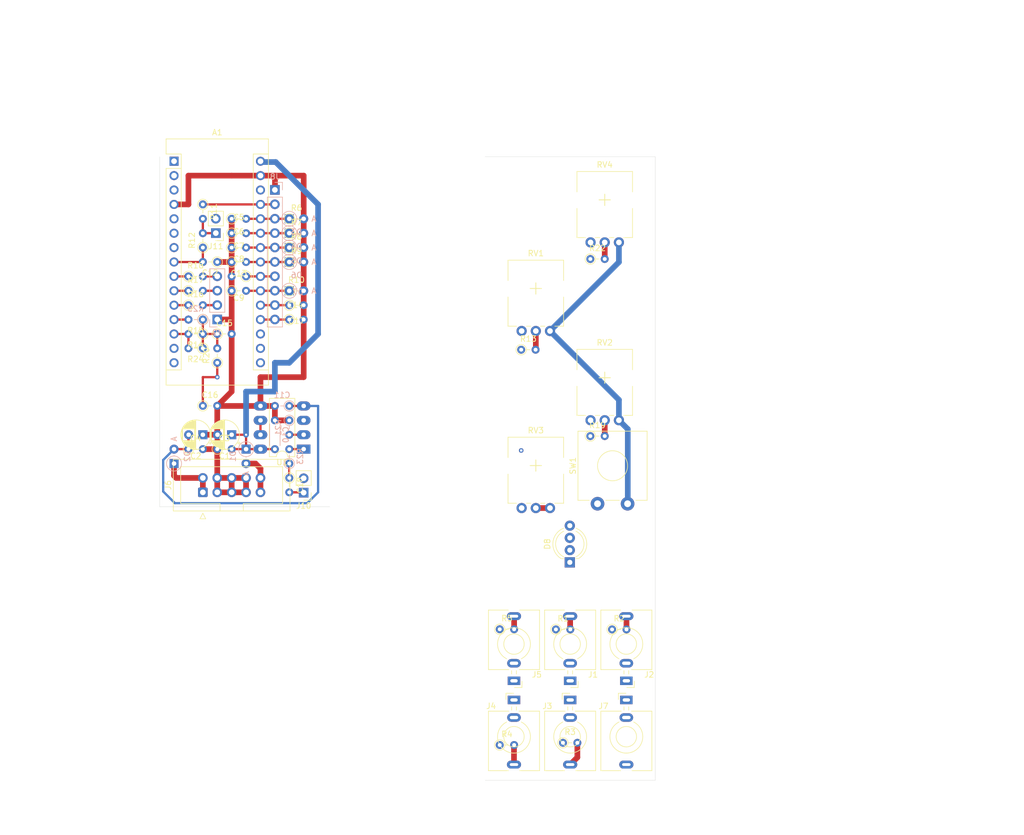
<source format=kicad_pcb>
(kicad_pcb (version 20171130) (host pcbnew "(5.1.9)-1")
  (layers (0 F.Cu signal) (1 Wire2.Cu signal) (2 Wire3.Cu signal) (31 Wire1.Cu signal) (34 B.Paste user) (35 F.Paste user) (36 B.SilkS user) (37 F.SilkS user) (38 B.Mask user) (39 F.Mask user) (44 Edge.Cuts user))
  (net 0 "")
  (net 1 +12V)
  (net 2 GND)
  (net 3 +5V)
  (net 4 "Net-(A1-Pad11)")
  (net 5 "Net-(A1-Pad10)")
  (net 6 "Net-(A1-Pad9)")
  (net 7 MODE_SW)
  (net 8 P2_POT)
  (net 9 P1_POT)
  (net 10 FREQ_POT)
  (net 11 -12V)
  (net 12 "Net-(C15-Pad1)")
  (net 13 "Net-(C16-Pad1)")
  (net 14 OUT_A)
  (net 15 "Net-(C18-Pad1)")
  (net 16 "Net-(D1-Pad2)")
  (net 17 "Net-(D2-Pad1)")
  (net 18 "Net-(R13-Pad2)")
  (net 19 "Net-(R19-Pad2)")
  (net 20 "Net-(R22-Pad2)")
  (net 21 "Net-(R23-Pad2)")
  (net 22 "Net-(U1-Pad6)")
  (net 23 MOZZI_OUT_1)
  (net 24 MOZZI_OUT_2)
  (net 25 VOCT_CV)
  (net 26 GAIN_CV)
  (net 27 P2_CV)
  (net 28 P1_CV)
  (net 29 MODE_CV)
  (net 30 "Net-(R21-Pad2)")
  (net 31 VOCT_IN)
  (net 32 GAIN_IN)
  (net 33 P2_IN)
  (net 34 P1_IN)
  (net 35 MODECV_IN)
  (net 36 "Net-(D8-Pad4)")
  (net 37 "Net-(D8-Pad3)")
  (net 38 "Net-(D8-Pad1)")
  (net 39 "Net-(J11-Pad1)")
  (module Button_Switch_THT:SW_CW_GPTS203211B (layer F.Cu) (at 77.216 61.214 90)
    (fp_text reference SW1 (at 6.7 -4.35 90) (layer F.SilkS))
    (fp_text value SW_Push_SPDT)
    (pad 2 thru_hole circle (at 0 5.3 90) (size 2.4 2.4) (drill 1.2) (layers *.Cu *.Mask) (net 2 GND))
    (pad 1 thru_hole circle (at 0 0 90) (size 2.4 2.4) (drill 1.2) (layers *.Cu *.Mask) (net 39 "Net-(J11-Pad1)"))
  )
  (module Connector_PinHeader_2.54mm:PinHeader_1x02_P2.54mm_Vertical (layer F.Cu) (at 9.906 13.462 180)
    (fp_text reference J11 (at 0 -2.33) (layer F.SilkS))
    (fp_text value BUTTON_PIN)
    (pad 2 thru_hole oval (at 0 2.54 180) (size 1.7 1.7) (drill 1) (layers *.Cu *.Mask))
    (pad 1 thru_hole rect (at 0 0 180) (size 1.7 1.7) (drill 1) (layers *.Cu *.Mask) (net 39 "Net-(J11-Pad1)"))
  )
  (module Connector_PinHeader_2.54mm:PinHeader_1x02_P2.54mm_Vertical (layer F.Cu) (at 25.4 59.2582 180)
    (fp_text reference J10 (at 0 -2.33) (layer F.SilkS))
    (fp_text value OUTPUT_PIN)
    (pad 2 thru_hole oval (at 0 2.54 180) (size 1.7 1.7) (drill 1) (layers *.Cu *.Mask))
    (pad 1 thru_hole rect (at 0 0 180) (size 1.7 1.7) (drill 1) (layers *.Cu *.Mask) (net 14 OUT_A))
  )
  (module LED_THT:LED_D5.0mm-4_RGB_Wide_Pins (layer F.Cu) (at 72.328225 71.558 90)
    (fp_text reference D8 (at 3.2385 -3.96 90) (layer F.SilkS))
    (fp_text value LED)
    (pad 4 thru_hole circle (at 6.477 0 90) (size 1.8 1.8) (drill 0.9) (layers *.Cu *.Mask) (net 36 "Net-(D8-Pad4)"))
    (pad 3 thru_hole circle (at 4.318 0 90) (size 1.8 1.8) (drill 0.9) (layers *.Cu *.Mask) (net 37 "Net-(D8-Pad3)"))
    (pad 2 thru_hole circle (at 2.159 0 90) (size 1.8 1.8) (drill 0.9) (layers *.Cu *.Mask) (net 2 GND))
    (pad 1 thru_hole rect (at 0 0 90) (size 1.8 1.8) (drill 0.9) (layers *.Cu *.Mask) (net 38 "Net-(D8-Pad1)"))
  )
  (module Resistor_THT:R_Axial_DIN0204_L3.6mm_D1.6mm_P2.54mm_Vertical (layer Wire1.Cu) (at 7.62 28.72 180)
    (fp_text reference R25 (at 1.27 1.92) (layer B.SilkS) (effects (justify mirror)))
    (fp_text value 22K)
    (pad 2 thru_hole oval (at 2.54 0 180) (size 1.4 1.4) (drill 0.7) (layers *.Cu *.Mask) (net 24 MOZZI_OUT_2))
    (pad 1 thru_hole circle (at 0 0 180) (size 1.4 1.4) (drill 0.7) (layers *.Cu *.Mask) (net 12 "Net-(C15-Pad1)"))
  )
  (module Resistor_THT:R_Axial_DIN0204_L3.6mm_D1.6mm_P2.54mm_Vertical (layer F.Cu) (at 7.62 33.782 180)
    (fp_text reference R24 (at 1.27 -1.92) (layer F.SilkS))
    (fp_text value 1M)
    (pad 2 thru_hole oval (at 2.54 0 180) (size 1.4 1.4) (drill 0.7) (layers *.Cu *.Mask) (net 23 MOZZI_OUT_1))
    (pad 1 thru_hole circle (at 0 0 180) (size 1.4 1.4) (drill 0.7) (layers *.Cu *.Mask) (net 12 "Net-(C15-Pad1)"))
  )
  (module Connector_PinHeader_2.54mm:PinHeader_1x04_P2.54mm_Vertical (layer Wire1.Cu) (at 10.16 28.702)
    (fp_text reference J9 (at 0 2.33) (layer B.SilkS) (effects (justify mirror)))
    (fp_text value LED_WIRES)
    (pad 4 thru_hole oval (at 0 -7.62) (size 1.7 1.7) (drill 1) (layers *.Cu *.Mask) (net 38 "Net-(D8-Pad1)"))
    (pad 3 thru_hole oval (at 0 -5.08) (size 1.7 1.7) (drill 1) (layers *.Cu *.Mask) (net 37 "Net-(D8-Pad3)"))
    (pad 2 thru_hole oval (at 0 -2.54) (size 1.7 1.7) (drill 1) (layers *.Cu *.Mask) (net 36 "Net-(D8-Pad4)"))
    (pad 1 thru_hole rect (at 0 0) (size 1.7 1.7) (drill 1) (layers *.Cu *.Mask) (net 2 GND))
  )
  (module Connector_PinHeader_2.54mm:PinHeader_1x10_P2.54mm_Vertical (layer Wire1.Cu) (at 20.32 5.842 180)
    (fp_text reference J8 (at 0 2.33) (layer B.SilkS) (effects (justify mirror)))
    (fp_text value WIRES_TO_FRONT)
    (pad 10 thru_hole oval (at 0 -22.86 180) (size 1.7 1.7) (drill 1) (layers *.Cu *.Mask) (net 10 FREQ_POT))
    (pad 9 thru_hole oval (at 0 -20.32 180) (size 1.7 1.7) (drill 1) (layers *.Cu *.Mask) (net 9 P1_POT))
    (pad 8 thru_hole oval (at 0 -17.78 180) (size 1.7 1.7) (drill 1) (layers *.Cu *.Mask) (net 29 MODE_CV))
    (pad 7 thru_hole oval (at 0 -15.24 180) (size 1.7 1.7) (drill 1) (layers *.Cu *.Mask) (net 8 P2_POT))
    (pad 6 thru_hole oval (at 0 -12.7 180) (size 1.7 1.7) (drill 1) (layers *.Cu *.Mask) (net 28 P1_CV))
    (pad 5 thru_hole oval (at 0 -10.16 180) (size 1.7 1.7) (drill 1) (layers *.Cu *.Mask) (net 27 P2_CV))
    (pad 4 thru_hole oval (at 0 -7.62 180) (size 1.7 1.7) (drill 1) (layers *.Cu *.Mask) (net 26 GAIN_CV))
    (pad 3 thru_hole oval (at 0 -5.08 180) (size 1.7 1.7) (drill 1) (layers *.Cu *.Mask) (net 25 VOCT_CV))
    (pad 2 thru_hole oval (at 0 -2.54 180) (size 1.7 1.7) (drill 1) (layers *.Cu *.Mask) (net 3 +5V))
    (pad 1 thru_hole rect (at 0 0 180) (size 1.7 1.7) (drill 1) (layers *.Cu *.Mask) (net 2 GND))
  )
  (module Connector_IDC:IDC-Header_2x05_P2.54mm_Vertical (layer F.Cu) (at 7.62 59.2 90)
    (fp_text reference J6 (at 1.27 -6.1 90) (layer F.SilkS))
    (fp_text value "Eurorack Power")
    (pad 10 thru_hole circle (at 2.54 10.16 90) (size 1.7 1.7) (drill 1) (layers *.Cu *.Mask) (net 16 "Net-(D1-Pad2)"))
    (pad 8 thru_hole circle (at 2.54 7.62 90) (size 1.7 1.7) (drill 1) (layers *.Cu *.Mask) (net 2 GND))
    (pad 6 thru_hole circle (at 2.54 5.08 90) (size 1.7 1.7) (drill 1) (layers *.Cu *.Mask) (net 2 GND))
    (pad 4 thru_hole circle (at 2.54 2.54 90) (size 1.7 1.7) (drill 1) (layers *.Cu *.Mask) (net 2 GND))
    (pad 2 thru_hole circle (at 2.54 0 90) (size 1.7 1.7) (drill 1) (layers *.Cu *.Mask) (net 17 "Net-(D2-Pad1)"))
    (pad 9 thru_hole circle (at 0 10.16 90) (size 1.7 1.7) (drill 1) (layers *.Cu *.Mask) (net 16 "Net-(D1-Pad2)"))
    (pad 7 thru_hole circle (at 0 7.62 90) (size 1.7 1.7) (drill 1) (layers *.Cu *.Mask) (net 2 GND))
    (pad 5 thru_hole circle (at 0 5.08 90) (size 1.7 1.7) (drill 1) (layers *.Cu *.Mask) (net 2 GND))
    (pad 3 thru_hole circle (at 0 2.54 90) (size 1.7 1.7) (drill 1) (layers *.Cu *.Mask) (net 2 GND))
    (pad 1 thru_hole roundrect (at 0 0 90) (size 1.7 1.7) (drill 1) (layers *.Cu *.Mask) (roundrect_rratio 0.147059) (net 17 "Net-(D2-Pad1)"))
  )
  (module Resistor_THT:R_Axial_DIN0204_L3.6mm_D1.6mm_P2.54mm_Vertical (layer Wire1.Cu) (at 22.86 46.5 270)
    (fp_text reference R21 (at 1.27 1.92 90) (layer B.SilkS) (effects (justify mirror)))
    (fp_text value 47K)
    (pad 2 thru_hole oval (at 2.54 0 270) (size 1.4 1.4) (drill 0.7) (layers *.Cu *.Mask) (net 30 "Net-(R21-Pad2)"))
    (pad 1 thru_hole circle (at 0 0 270) (size 1.4 1.4) (drill 0.7) (layers *.Cu *.Mask) (net 2 GND))
  )
  (module Resistor_THT:R_Axial_DIN0204_L3.6mm_D1.6mm_P5.08mm_Horizontal (layer Wire1.Cu) (at 20.32 51.58 90)
    (fp_text reference C10 (at 2.54 1.92 90) (layer B.SilkS) (effects (justify mirror)))
    (fp_text value 100n)
    (pad 2 thru_hole oval (at 5.08 0 90) (size 1.4 1.4) (drill 0.7) (layers *.Cu *.Mask) (net 2 GND))
    (pad 1 thru_hole circle (at 0 0 90) (size 1.4 1.4) (drill 0.7) (layers *.Cu *.Mask) (net 1 +12V))
  )
  (module Resistor_THT:R_Axial_DIN0204_L3.6mm_D1.6mm_P2.54mm_Vertical (layer Wire1.Cu) (at 22.86 54.12 90)
    (fp_text reference R23 (at 1.27 1.92 270) (layer B.SilkS) (effects (justify mirror)))
    (fp_text value 1K)
    (pad 2 thru_hole oval (at 2.54 0 90) (size 1.4 1.4) (drill 0.7) (layers *.Cu *.Mask) (net 21 "Net-(R23-Pad2)"))
    (pad 1 thru_hole circle (at 0 0 90) (size 1.4 1.4) (drill 0.7) (layers *.Cu *.Mask) (net 15 "Net-(C18-Pad1)"))
  )
  (module Resistor_THT:R_Axial_DIN0204_L3.6mm_D1.6mm_P2.54mm_Vertical (layer F.Cu) (at 75.946 18.034)
    (fp_text reference R22 (at 1.27 -1.92) (layer F.SilkS))
    (fp_text value 1K)
    (pad 2 thru_hole oval (at 2.54 0) (size 1.4 1.4) (drill 0.7) (layers *.Cu *.Mask) (net 20 "Net-(R22-Pad2)"))
    (pad 1 thru_hole circle (at 0 0) (size 1.4 1.4) (drill 0.7) (layers *.Cu *.Mask) (net 10 FREQ_POT))
  )
  (module Resistor_THT:R_Axial_DIN0204_L3.6mm_D1.6mm_P2.54mm_Vertical (layer F.Cu) (at 10.16 36.34 90)
    (fp_text reference R20 (at 1.27 -1.92 90) (layer F.SilkS))
    (fp_text value 3.3K)
    (pad 2 thru_hole oval (at 2.54 0 90) (size 1.4 1.4) (drill 0.7) (layers *.Cu *.Mask) (net 12 "Net-(C15-Pad1)"))
    (pad 1 thru_hole circle (at 0 0 90) (size 1.4 1.4) (drill 0.7) (layers *.Cu *.Mask) (net 13 "Net-(C16-Pad1)"))
  )
  (module Resistor_THT:R_Axial_DIN0204_L3.6mm_D1.6mm_P2.54mm_Vertical (layer F.Cu) (at 75.946 49.276)
    (fp_text reference R19 (at 1.27 -1.92) (layer F.SilkS))
    (fp_text value 1K)
    (pad 2 thru_hole oval (at 2.54 0) (size 1.4 1.4) (drill 0.7) (layers *.Cu *.Mask) (net 19 "Net-(R19-Pad2)"))
    (pad 1 thru_hole circle (at 0 0) (size 1.4 1.4) (drill 0.7) (layers *.Cu *.Mask) (net 9 P1_POT))
  )
  (module Resistor_THT:R_Axial_DIN0204_L3.6mm_D1.6mm_P2.54mm_Vertical (layer F.Cu) (at 5.08 21.1)
    (fp_text reference R18 (at 1.27 -1.92) (layer F.SilkS))
    (fp_text value 1K)
    (pad 2 thru_hole oval (at 2.54 0) (size 1.4 1.4) (drill 0.7) (layers *.Cu *.Mask) (net 38 "Net-(D8-Pad1)"))
    (pad 1 thru_hole circle (at 0 0) (size 1.4 1.4) (drill 0.7) (layers *.Cu *.Mask) (net 6 "Net-(A1-Pad9)"))
  )
  (module Resistor_THT:R_Axial_DIN0204_L3.6mm_D1.6mm_P2.54mm_Vertical (layer F.Cu) (at 5.08 23.64)
    (fp_text reference R17 (at 1.27 -1.92) (layer F.SilkS))
    (fp_text value 1K)
    (pad 2 thru_hole oval (at 2.54 0) (size 1.4 1.4) (drill 0.7) (layers *.Cu *.Mask) (net 37 "Net-(D8-Pad3)"))
    (pad 1 thru_hole circle (at 0 0) (size 1.4 1.4) (drill 0.7) (layers *.Cu *.Mask) (net 5 "Net-(A1-Pad10)"))
  )
  (module Resistor_THT:R_Axial_DIN0204_L3.6mm_D1.6mm_P2.54mm_Vertical (layer F.Cu) (at 5.08 26.18)
    (fp_text reference R16 (at 1.27 -1.92) (layer F.SilkS))
    (fp_text value 1K)
    (pad 2 thru_hole oval (at 2.54 0) (size 1.4 1.4) (drill 0.7) (layers *.Cu *.Mask) (net 36 "Net-(D8-Pad4)"))
    (pad 1 thru_hole circle (at 0 0) (size 1.4 1.4) (drill 0.7) (layers *.Cu *.Mask) (net 4 "Net-(A1-Pad11)"))
  )
  (module Resistor_THT:R_Axial_DIN0204_L3.6mm_D1.6mm_P2.54mm_Vertical (layer F.Cu) (at 7.62 28.72 180)
    (fp_text reference R15 (at 1.27 -1.92) (layer F.SilkS))
    (fp_text value 4.7K)
    (pad 2 thru_hole oval (at 2.54 0 180) (size 1.4 1.4) (drill 0.7) (layers *.Cu *.Mask) (net 24 MOZZI_OUT_2))
    (pad 1 thru_hole circle (at 0 0 180) (size 1.4 1.4) (drill 0.7) (layers *.Cu *.Mask) (net 12 "Net-(C15-Pad1)"))
  )
  (module Resistor_THT:R_Axial_DIN0204_L3.6mm_D1.6mm_P2.54mm_Vertical (layer F.Cu) (at 7.62 31.26 180)
    (fp_text reference R14 (at 1.27 -1.92) (layer F.SilkS))
    (fp_text value 1M)
    (pad 2 thru_hole oval (at 2.54 0 180) (size 1.4 1.4) (drill 0.7) (layers *.Cu *.Mask) (net 23 MOZZI_OUT_1))
    (pad 1 thru_hole circle (at 0 0 180) (size 1.4 1.4) (drill 0.7) (layers *.Cu *.Mask) (net 12 "Net-(C15-Pad1)"))
  )
  (module Resistor_THT:R_Axial_DIN0204_L3.6mm_D1.6mm_P2.54mm_Vertical (layer F.Cu) (at 63.754 34.036)
    (fp_text reference R13 (at 1.27 -1.92) (layer F.SilkS))
    (fp_text value 1K)
    (pad 2 thru_hole oval (at 2.54 0) (size 1.4 1.4) (drill 0.7) (layers *.Cu *.Mask) (net 18 "Net-(R13-Pad2)"))
    (pad 1 thru_hole circle (at 0 0) (size 1.4 1.4) (drill 0.7) (layers *.Cu *.Mask) (net 8 P2_POT))
  )
  (module Resistor_THT:R_Axial_DIN0204_L3.6mm_D1.6mm_P2.54mm_Vertical (layer F.Cu) (at 7.62 16.02 90)
    (fp_text reference R12 (at 1.27 -1.92 90) (layer F.SilkS))
    (fp_text value 1K)
    (pad 2 thru_hole oval (at 2.54 0 90) (size 1.4 1.4) (drill 0.7) (layers *.Cu *.Mask) (net 39 "Net-(J11-Pad1)"))
    (pad 1 thru_hole circle (at 0 0 90) (size 1.4 1.4) (drill 0.7) (layers *.Cu *.Mask) (net 7 MODE_SW))
  )
  (module Resistor_THT:R_Axial_DIN0204_L3.6mm_D1.6mm_P2.54mm_Vertical (layer F.Cu) (at 7.62 8.4 270)
    (fp_text reference R11 (at 1.27 -1.92 90) (layer F.SilkS))
    (fp_text value 10K)
    (pad 2 thru_hole oval (at 2.54 0 270) (size 1.4 1.4) (drill 0.7) (layers *.Cu *.Mask) (net 39 "Net-(J11-Pad1)"))
    (pad 1 thru_hole circle (at 0 0 270) (size 1.4 1.4) (drill 0.7) (layers *.Cu *.Mask) (net 3 +5V))
  )
  (module Resistor_THT:R_Axial_DIN0204_L3.6mm_D1.6mm_P2.54mm_Vertical (layer F.Cu) (at 22.86 23.64)
    (fp_text reference R10 (at 1.27 -1.92) (layer F.SilkS))
    (fp_text value 100K)
    (pad 2 thru_hole oval (at 2.54 0) (size 1.4 1.4) (drill 0.7) (layers *.Cu *.Mask) (net 2 GND))
    (pad 1 thru_hole circle (at 0 0) (size 1.4 1.4) (drill 0.7) (layers *.Cu *.Mask) (net 29 MODE_CV))
  )
  (module Resistor_THT:R_Axial_DIN0204_L3.6mm_D1.6mm_P2.54mm_Vertical (layer F.Cu) (at 22.86 18.56)
    (fp_text reference R9 (at 1.27 -1.92) (layer F.SilkS))
    (fp_text value 100K)
    (pad 2 thru_hole oval (at 2.54 0) (size 1.4 1.4) (drill 0.7) (layers *.Cu *.Mask) (net 2 GND))
    (pad 1 thru_hole circle (at 0 0) (size 1.4 1.4) (drill 0.7) (layers *.Cu *.Mask) (net 28 P1_CV))
  )
  (module Resistor_THT:R_Axial_DIN0204_L3.6mm_D1.6mm_P2.54mm_Vertical (layer F.Cu) (at 22.86 16.02)
    (fp_text reference R8 (at 1.27 -1.92) (layer F.SilkS))
    (fp_text value 100K)
    (pad 2 thru_hole oval (at 2.54 0) (size 1.4 1.4) (drill 0.7) (layers *.Cu *.Mask) (net 2 GND))
    (pad 1 thru_hole circle (at 0 0) (size 1.4 1.4) (drill 0.7) (layers *.Cu *.Mask) (net 27 P2_CV))
  )
  (module Resistor_THT:R_Axial_DIN0204_L3.6mm_D1.6mm_P2.54mm_Vertical (layer F.Cu) (at 22.86 13.48)
    (fp_text reference R7 (at 1.27 -1.92) (layer F.SilkS))
    (fp_text value 100K)
    (pad 2 thru_hole oval (at 2.54 0) (size 1.4 1.4) (drill 0.7) (layers *.Cu *.Mask) (net 2 GND))
    (pad 1 thru_hole circle (at 0 0) (size 1.4 1.4) (drill 0.7) (layers *.Cu *.Mask) (net 26 GAIN_CV))
  )
  (module Resistor_THT:R_Axial_DIN0204_L3.6mm_D1.6mm_P2.54mm_Vertical (layer F.Cu) (at 22.86 10.94)
    (fp_text reference R6 (at 1.27 -1.92) (layer F.SilkS))
    (fp_text value 100K)
    (pad 2 thru_hole oval (at 2.54 0) (size 1.4 1.4) (drill 0.7) (layers *.Cu *.Mask) (net 2 GND))
    (pad 1 thru_hole circle (at 0 0) (size 1.4 1.4) (drill 0.7) (layers *.Cu *.Mask) (net 25 VOCT_CV))
  )
  (module Resistor_THT:R_Axial_DIN0204_L3.6mm_D1.6mm_P2.54mm_Vertical (layer F.Cu) (at 59.9694 83.3628)
    (fp_text reference R5 (at 1.27 -1.92) (layer F.SilkS))
    (fp_text value 1K)
    (pad 2 thru_hole oval (at 2.54 0) (size 1.4 1.4) (drill 0.7) (layers *.Cu *.Mask) (net 35 MODECV_IN))
    (pad 1 thru_hole circle (at 0 0) (size 1.4 1.4) (drill 0.7) (layers *.Cu *.Mask) (net 29 MODE_CV))
  )
  (module Resistor_THT:R_Axial_DIN0204_L3.6mm_D1.6mm_P2.54mm_Vertical (layer F.Cu) (at 59.9694 103.7844)
    (fp_text reference R4 (at 1.27 -1.92) (layer F.SilkS))
    (fp_text value 1K)
    (pad 2 thru_hole oval (at 2.54 0) (size 1.4 1.4) (drill 0.7) (layers *.Cu *.Mask) (net 34 P1_IN))
    (pad 1 thru_hole circle (at 0 0) (size 1.4 1.4) (drill 0.7) (layers *.Cu *.Mask) (net 28 P1_CV))
  )
  (module Resistor_THT:R_Axial_DIN0204_L3.6mm_D1.6mm_P2.54mm_Vertical (layer F.Cu) (at 71.12 103.396)
    (fp_text reference R3 (at 1.27 -1.92) (layer F.SilkS))
    (fp_text value 1K)
    (pad 2 thru_hole oval (at 2.54 0) (size 1.4 1.4) (drill 0.7) (layers *.Cu *.Mask) (net 33 P2_IN))
    (pad 1 thru_hole circle (at 0 0) (size 1.4 1.4) (drill 0.7) (layers *.Cu *.Mask) (net 27 P2_CV))
  )
  (module Resistor_THT:R_Axial_DIN0204_L3.6mm_D1.6mm_P2.54mm_Vertical (layer F.Cu) (at 79.7814 83.3882)
    (fp_text reference R2 (at 1.27 -1.92) (layer F.SilkS))
    (fp_text value 1K)
    (pad 2 thru_hole oval (at 2.54 0) (size 1.4 1.4) (drill 0.7) (layers *.Cu *.Mask) (net 32 GAIN_IN))
    (pad 1 thru_hole circle (at 0 0) (size 1.4 1.4) (drill 0.7) (layers *.Cu *.Mask) (net 26 GAIN_CV))
  )
  (module Resistor_THT:R_Axial_DIN0204_L3.6mm_D1.6mm_P2.54mm_Vertical (layer F.Cu) (at 69.8754 83.3882)
    (fp_text reference R1 (at 1.27 -1.92) (layer F.SilkS))
    (fp_text value 1K)
    (pad 2 thru_hole oval (at 2.54 0) (size 1.4 1.4) (drill 0.7) (layers *.Cu *.Mask) (net 31 VOCT_IN))
    (pad 1 thru_hole circle (at 0 0) (size 1.4 1.4) (drill 0.7) (layers *.Cu *.Mask) (net 25 VOCT_CV))
  )
  (module Diode_THT:D_DO-35_SOD27_P2.54mm_Vertical_AnodeUp (layer Wire1.Cu) (at 22.86 23.64)
    (fp_text reference D7 (at 1.524 0.236) (layer B.SilkS) (effects (justify mirror)))
    (fp_text value D_Zener)
    (fp_text user A (at 4.34 0) (layer B.SilkS) (effects (justify mirror)))
    (pad 2 thru_hole oval (at 2.54 0) (size 1.6 1.6) (drill 0.8) (layers *.Cu *.Mask) (net 2 GND))
    (pad 1 thru_hole rect (at 0 0) (size 1.6 1.6) (drill 0.8) (layers *.Cu *.Mask) (net 29 MODE_CV))
  )
  (module Diode_THT:D_DO-35_SOD27_P2.54mm_Vertical_AnodeUp (layer Wire1.Cu) (at 22.86 18.56)
    (fp_text reference D6 (at 1.27 2.326371) (layer B.SilkS) (effects (justify mirror)))
    (fp_text value D_Zener)
    (fp_text user A (at 4.34 0) (layer B.SilkS) (effects (justify mirror)))
    (pad 2 thru_hole oval (at 2.54 0) (size 1.6 1.6) (drill 0.8) (layers *.Cu *.Mask) (net 2 GND))
    (pad 1 thru_hole rect (at 0 0) (size 1.6 1.6) (drill 0.8) (layers *.Cu *.Mask) (net 28 P1_CV))
  )
  (module Diode_THT:D_DO-35_SOD27_P2.54mm_Vertical_AnodeUp (layer Wire1.Cu) (at 22.86 16.02)
    (fp_text reference D5 (at 1.27 2.326371) (layer B.SilkS) (effects (justify mirror)))
    (fp_text value D_Zener)
    (fp_text user A (at 4.34 0) (layer B.SilkS) (effects (justify mirror)))
    (pad 2 thru_hole oval (at 2.54 0) (size 1.6 1.6) (drill 0.8) (layers *.Cu *.Mask) (net 2 GND))
    (pad 1 thru_hole rect (at 0 0) (size 1.6 1.6) (drill 0.8) (layers *.Cu *.Mask) (net 27 P2_CV))
  )
  (module Diode_THT:D_DO-35_SOD27_P2.54mm_Vertical_AnodeUp (layer Wire1.Cu) (at 22.86 13.48)
    (fp_text reference D4 (at 1.27 2.326371) (layer B.SilkS) (effects (justify mirror)))
    (fp_text value D_Zener)
    (fp_text user A (at 4.34 0) (layer B.SilkS) (effects (justify mirror)))
    (pad 2 thru_hole oval (at 2.54 0) (size 1.6 1.6) (drill 0.8) (layers *.Cu *.Mask) (net 2 GND))
    (pad 1 thru_hole rect (at 0 0) (size 1.6 1.6) (drill 0.8) (layers *.Cu *.Mask) (net 26 GAIN_CV))
  )
  (module Diode_THT:D_DO-35_SOD27_P2.54mm_Vertical_AnodeUp (layer Wire1.Cu) (at 22.86 10.94)
    (fp_text reference D3 (at 1.27 2.326371) (layer B.SilkS) (effects (justify mirror)))
    (fp_text value D_Zener)
    (fp_text user A (at 4.34 0) (layer B.SilkS) (effects (justify mirror)))
    (pad 2 thru_hole oval (at 2.54 0) (size 1.6 1.6) (drill 0.8) (layers *.Cu *.Mask) (net 2 GND))
    (pad 1 thru_hole rect (at 0 0) (size 1.6 1.6) (drill 0.8) (layers *.Cu *.Mask) (net 25 VOCT_CV))
  )
  (module Diode_THT:D_DO-35_SOD27_P2.54mm_Vertical_AnodeUp (layer Wire1.Cu) (at 2.54 54.12 90)
    (fp_text reference D2 (at 1.27 2.326371 270) (layer B.SilkS) (effects (justify mirror)))
    (fp_text value 1N5817)
    (fp_text user A (at 4.34 0 270) (layer B.SilkS) (effects (justify mirror)))
    (pad 2 thru_hole oval (at 2.54 0 90) (size 1.6 1.6) (drill 0.8) (layers *.Cu *.Mask) (net 11 -12V))
    (pad 1 thru_hole rect (at 0 0 90) (size 1.6 1.6) (drill 0.8) (layers *.Cu *.Mask) (net 17 "Net-(D2-Pad1)"))
  )
  (module Diode_THT:D_DO-35_SOD27_P2.54mm_Vertical_AnodeUp (layer Wire1.Cu) (at 15.24 51.58 270)
    (fp_text reference D1 (at 1.27 2.326371 270) (layer B.SilkS) (effects (justify mirror)))
    (fp_text value 1N5817)
    (fp_text user A (at 4.34 0 270) (layer B.SilkS) (effects (justify mirror)))
    (pad 2 thru_hole oval (at 2.54 0 270) (size 1.6 1.6) (drill 0.8) (layers *.Cu *.Mask) (net 16 "Net-(D1-Pad2)"))
    (pad 1 thru_hole rect (at 0 0 270) (size 1.6 1.6) (drill 0.8) (layers *.Cu *.Mask) (net 1 +12V))
  )
  (module Resistor_THT:R_Axial_DIN0204_L3.6mm_D1.6mm_P2.54mm_Vertical (layer F.Cu) (at 22.86 56.66 270)
    (fp_text reference C18 (at 1.27 -1.92 90) (layer F.SilkS))
    (fp_text value 10u)
    (pad 2 thru_hole oval (at 2.54 0 270) (size 1.4 1.4) (drill 0.7) (layers *.Cu *.Mask) (net 14 OUT_A))
    (pad 1 thru_hole circle (at 0 0 270) (size 1.4 1.4) (drill 0.7) (layers *.Cu *.Mask) (net 15 "Net-(C18-Pad1)"))
  )
  (module Resistor_THT:R_Axial_DIN0204_L3.6mm_D1.6mm_P2.54mm_Vertical (layer F.Cu) (at 22.86 28.72)
    (fp_text reference C17 (at 1.27 0.236) (layer F.SilkS))
    (fp_text value 100p)
    (pad 2 thru_hole oval (at 2.54 0) (size 1.4 1.4) (drill 0.7) (layers *.Cu *.Mask) (net 2 GND))
    (pad 1 thru_hole circle (at 0 0) (size 1.4 1.4) (drill 0.7) (layers *.Cu *.Mask) (net 10 FREQ_POT))
  )
  (module Resistor_THT:R_Axial_DIN0204_L3.6mm_D1.6mm_P2.54mm_Vertical (layer F.Cu) (at 7.62 43.942)
    (fp_text reference C16 (at 1.27 -1.92) (layer F.SilkS))
    (fp_text value 10n)
    (pad 2 thru_hole oval (at 2.54 0) (size 1.4 1.4) (drill 0.7) (layers *.Cu *.Mask) (net 2 GND))
    (pad 1 thru_hole circle (at 0 0) (size 1.4 1.4) (drill 0.7) (layers *.Cu *.Mask) (net 13 "Net-(C16-Pad1)"))
  )
  (module Resistor_THT:R_Axial_DIN0204_L3.6mm_D1.6mm_P2.54mm_Vertical (layer F.Cu) (at 10.16 31.26)
    (fp_text reference C15 (at 1.27 -1.92) (layer F.SilkS))
    (fp_text value 4.7n)
    (pad 2 thru_hole oval (at 2.54 0) (size 1.4 1.4) (drill 0.7) (layers *.Cu *.Mask) (net 2 GND))
    (pad 1 thru_hole circle (at 0 0) (size 1.4 1.4) (drill 0.7) (layers *.Cu *.Mask) (net 12 "Net-(C15-Pad1)"))
  )
  (module Resistor_THT:R_Axial_DIN0204_L3.6mm_D1.6mm_P2.54mm_Vertical (layer F.Cu) (at 22.86 26.18)
    (fp_text reference C14 (at 1.016 -0.018) (layer F.SilkS))
    (fp_text value 100p)
    (pad 2 thru_hole oval (at 2.54 0) (size 1.4 1.4) (drill 0.7) (layers *.Cu *.Mask) (net 2 GND))
    (pad 1 thru_hole circle (at 0 0) (size 1.4 1.4) (drill 0.7) (layers *.Cu *.Mask) (net 9 P1_POT))
  )
  (module Resistor_THT:R_Axial_DIN0204_L3.6mm_D1.6mm_P2.54mm_Vertical (layer F.Cu) (at 15.24 21.1 180)
    (fp_text reference C13 (at 1.27 0.526) (layer F.SilkS))
    (fp_text value 100p)
    (pad 2 thru_hole oval (at 2.54 0 180) (size 1.4 1.4) (drill 0.7) (layers *.Cu *.Mask) (net 2 GND))
    (pad 1 thru_hole circle (at 0 0 180) (size 1.4 1.4) (drill 0.7) (layers *.Cu *.Mask) (net 8 P2_POT))
  )
  (module Resistor_THT:R_Axial_DIN0204_L3.6mm_D1.6mm_P2.54mm_Vertical (layer F.Cu) (at 10.16 18.56 180)
    (fp_text reference C12 (at 1.27 -1.92) (layer F.SilkS))
    (fp_text value 100n)
    (pad 2 thru_hole oval (at 2.54 0 180) (size 1.4 1.4) (drill 0.7) (layers *.Cu *.Mask) (net 7 MODE_SW))
    (pad 1 thru_hole circle (at 0 0 180) (size 1.4 1.4) (drill 0.7) (layers *.Cu *.Mask) (net 2 GND))
  )
  (module Resistor_THT:R_Axial_DIN0204_L3.6mm_D1.6mm_P2.54mm_Vertical (layer Wire1.Cu) (at 22.86 43.96 180)
    (fp_text reference C11 (at 1.27 1.92 180) (layer B.SilkS) (effects (justify mirror)))
    (fp_text value 100n)
    (pad 2 thru_hole oval (at 2.54 0 180) (size 1.4 1.4) (drill 0.7) (layers *.Cu *.Mask) (net 2 GND))
    (pad 1 thru_hole circle (at 0 0 180) (size 1.4 1.4) (drill 0.7) (layers *.Cu *.Mask) (net 11 -12V))
  )
  (module Resistor_THT:R_Axial_DIN0204_L3.6mm_D1.6mm_P2.54mm_Vertical (layer F.Cu) (at 12.7 23.64)
    (fp_text reference C9 (at 1.27 1.252) (layer F.SilkS))
    (fp_text value 100n)
    (pad 2 thru_hole oval (at 2.54 0) (size 1.4 1.4) (drill 0.7) (layers *.Cu *.Mask) (net 29 MODE_CV))
    (pad 1 thru_hole circle (at 0 0) (size 1.4 1.4) (drill 0.7) (layers *.Cu *.Mask) (net 2 GND))
  )
  (module Resistor_THT:R_Axial_DIN0204_L3.6mm_D1.6mm_P2.54mm_Vertical (layer F.Cu) (at 12.7 18.56)
    (fp_text reference C8 (at 1.27 -0.526) (layer F.SilkS))
    (fp_text value 100n)
    (pad 2 thru_hole oval (at 2.54 0) (size 1.4 1.4) (drill 0.7) (layers *.Cu *.Mask) (net 28 P1_CV))
    (pad 1 thru_hole circle (at 0 0) (size 1.4 1.4) (drill 0.7) (layers *.Cu *.Mask) (net 2 GND))
  )
  (module Resistor_THT:R_Axial_DIN0204_L3.6mm_D1.6mm_P2.54mm_Vertical (layer F.Cu) (at 12.7 16.02)
    (fp_text reference C7 (at 1.27 -0.272) (layer F.SilkS))
    (fp_text value 100n)
    (pad 2 thru_hole oval (at 2.54 0) (size 1.4 1.4) (drill 0.7) (layers *.Cu *.Mask) (net 27 P2_CV))
    (pad 1 thru_hole circle (at 0 0) (size 1.4 1.4) (drill 0.7) (layers *.Cu *.Mask) (net 2 GND))
  )
  (module Resistor_THT:R_Axial_DIN0204_L3.6mm_D1.6mm_P2.54mm_Vertical (layer F.Cu) (at 12.7 13.48)
    (fp_text reference C6 (at 1.27 -0.272) (layer F.SilkS))
    (fp_text value 100n)
    (pad 2 thru_hole oval (at 2.54 0) (size 1.4 1.4) (drill 0.7) (layers *.Cu *.Mask) (net 26 GAIN_CV))
    (pad 1 thru_hole circle (at 0 0) (size 1.4 1.4) (drill 0.7) (layers *.Cu *.Mask) (net 2 GND))
  )
  (module Resistor_THT:R_Axial_DIN0204_L3.6mm_D1.6mm_P2.54mm_Vertical (layer F.Cu) (at 12.7 10.94)
    (fp_text reference C5 (at 1.27 -0.272) (layer F.SilkS))
    (fp_text value 100n)
    (pad 2 thru_hole oval (at 2.54 0) (size 1.4 1.4) (drill 0.7) (layers *.Cu *.Mask) (net 25 VOCT_CV))
    (pad 1 thru_hole circle (at 0 0) (size 1.4 1.4) (drill 0.7) (layers *.Cu *.Mask) (net 2 GND))
  )
  (module Resistor_THT:R_Axial_DIN0204_L3.6mm_D1.6mm_P2.54mm_Vertical (layer F.Cu) (at 5.08 51.58)
    (fp_text reference C4 (at 1.27 -1.92) (layer F.SilkS))
    (fp_text value 100n)
    (pad 2 thru_hole oval (at 2.54 0) (size 1.4 1.4) (drill 0.7) (layers *.Cu *.Mask) (net 2 GND))
    (pad 1 thru_hole circle (at 0 0) (size 1.4 1.4) (drill 0.7) (layers *.Cu *.Mask) (net 11 -12V))
  )
  (module Resistor_THT:R_Axial_DIN0204_L3.6mm_D1.6mm_P2.54mm_Vertical (layer F.Cu) (at 10.16 51.58)
    (fp_text reference C3 (at 1.27 -1.92) (layer F.SilkS))
    (fp_text value 100n)
    (pad 2 thru_hole oval (at 2.54 0) (size 1.4 1.4) (drill 0.7) (layers *.Cu *.Mask) (net 1 +12V))
    (pad 1 thru_hole circle (at 0 0) (size 1.4 1.4) (drill 0.7) (layers *.Cu *.Mask) (net 2 GND))
  )
  (module Eurorack:Potentiometer_Thonk_Alpha_9mm_Vertical_NoAntirotation (layer F.Cu) (at 80.986 15.1 90)
    (fp_text reference RV4 (at 13.7 -2.5 180) (layer F.SilkS))
    (fp_text value 100K)
    (pad 1 thru_hole circle (at 0 0 90) (size 1.8 1.8) (drill 1) (layers *.Cu *.Mask) (net 2 GND))
    (pad 2 thru_hole circle (at 0 -2.5 90) (size 1.8 1.8) (drill 1) (layers *.Cu *.Mask) (net 20 "Net-(R22-Pad2)"))
    (pad 3 thru_hole circle (at 0 -5 90) (size 1.8 1.8) (drill 1) (layers *.Cu *.Mask) (net 3 +5V))
  )
  (module Eurorack:Potentiometer_Thonk_Alpha_9mm_Vertical_NoAntirotation (layer F.Cu) (at 68.834 61.976 90)
    (fp_text reference RV3 (at 13.7 -2.5 180) (layer F.SilkS))
    (fp_text value 100K)
    (pad 1 thru_hole circle (at 0 0 90) (size 1.8 1.8) (drill 1) (layers *.Cu *.Mask) (net 21 "Net-(R23-Pad2)"))
    (pad 2 thru_hole circle (at 0 -2.5 90) (size 1.8 1.8) (drill 1) (layers *.Cu *.Mask) (net 21 "Net-(R23-Pad2)"))
    (pad 3 thru_hole circle (at 0 -5 90) (size 1.8 1.8) (drill 1) (layers *.Cu *.Mask) (net 30 "Net-(R21-Pad2)"))
  )
  (module Eurorack:Potentiometer_Thonk_Alpha_9mm_Vertical_NoAntirotation (layer F.Cu) (at 80.986 46.482 90)
    (fp_text reference RV2 (at 13.7 -2.5 180) (layer F.SilkS))
    (fp_text value 100K)
    (pad 1 thru_hole circle (at 0 0 90) (size 1.8 1.8) (drill 1) (layers *.Cu *.Mask) (net 2 GND))
    (pad 2 thru_hole circle (at 0 -2.5 90) (size 1.8 1.8) (drill 1) (layers *.Cu *.Mask) (net 19 "Net-(R19-Pad2)"))
    (pad 3 thru_hole circle (at 0 -5 90) (size 1.8 1.8) (drill 1) (layers *.Cu *.Mask) (net 3 +5V))
  )
  (module Eurorack:Potentiometer_Thonk_Alpha_9mm_Vertical_NoAntirotation (layer F.Cu) (at 68.834 30.734 90)
    (fp_text reference RV1 (at 13.7 -2.5 180) (layer F.SilkS))
    (fp_text value 100K)
    (pad 1 thru_hole circle (at 0 0 90) (size 1.8 1.8) (drill 1) (layers *.Cu *.Mask) (net 2 GND))
    (pad 2 thru_hole circle (at 0 -2.5 90) (size 1.8 1.8) (drill 1) (layers *.Cu *.Mask) (net 18 "Net-(R13-Pad2)"))
    (pad 3 thru_hole circle (at 0 -5 90) (size 1.8 1.8) (drill 1) (layers *.Cu *.Mask) (net 3 +5V))
  )
  (module Eurorack:3.5mm_tip_switch_thonkiconn (layer F.Cu) (at 82.296 95.836)
    (fp_text reference J7 (at -4.03 1.08 180) (layer F.SilkS))
    (fp_text value OUT_A)
    (pad TN thru_hole oval (at 0 3.1 180) (size 2.4 1.5) (drill oval 1.5 0.6) (layers *.Cu *.Mask))
    (pad S thru_hole rect (at 0 0 180) (size 2.2 1.5) (drill oval 1.3 0.6) (layers *.Cu *.Mask) (net 2 GND))
    (pad T thru_hole oval (at 0 11.4 180) (size 2.5 1.4) (drill oval 1.5 0.5) (layers *.Cu *.Mask) (net 14 OUT_A))
  )
  (module Eurorack:3.5mm_tip_switch_thonkiconn (layer F.Cu) (at 62.484 92.456 180)
    (fp_text reference J5 (at -4.03 1.08 180) (layer F.SilkS))
    (fp_text value MODECV_IN)
    (pad TN thru_hole oval (at 0 3.1) (size 2.4 1.5) (drill oval 1.5 0.6) (layers *.Cu *.Mask))
    (pad S thru_hole rect (at 0 0) (size 2.2 1.5) (drill oval 1.3 0.6) (layers *.Cu *.Mask) (net 2 GND))
    (pad T thru_hole oval (at 0 11.4) (size 2.5 1.4) (drill oval 1.5 0.5) (layers *.Cu *.Mask) (net 35 MODECV_IN))
  )
  (module Eurorack:3.5mm_tip_switch_thonkiconn (layer F.Cu) (at 62.484 95.836)
    (fp_text reference J4 (at -4.03 1.08 180) (layer F.SilkS))
    (fp_text value P1_IN)
    (pad TN thru_hole oval (at 0 3.1 180) (size 2.4 1.5) (drill oval 1.5 0.6) (layers *.Cu *.Mask))
    (pad S thru_hole rect (at 0 0 180) (size 2.2 1.5) (drill oval 1.3 0.6) (layers *.Cu *.Mask) (net 2 GND))
    (pad T thru_hole oval (at 0 11.4 180) (size 2.5 1.4) (drill oval 1.5 0.5) (layers *.Cu *.Mask) (net 34 P1_IN))
  )
  (module Eurorack:3.5mm_tip_switch_thonkiconn (layer F.Cu) (at 72.39 95.836)
    (fp_text reference J3 (at -4.03 1.08 180) (layer F.SilkS))
    (fp_text value P2_IN)
    (pad TN thru_hole oval (at 0 3.1 180) (size 2.4 1.5) (drill oval 1.5 0.6) (layers *.Cu *.Mask))
    (pad S thru_hole rect (at 0 0 180) (size 2.2 1.5) (drill oval 1.3 0.6) (layers *.Cu *.Mask) (net 2 GND))
    (pad T thru_hole oval (at 0 11.4 180) (size 2.5 1.4) (drill oval 1.5 0.5) (layers *.Cu *.Mask) (net 33 P2_IN))
  )
  (module Eurorack:3.5mm_tip_switch_thonkiconn (layer F.Cu) (at 82.296 92.456 180)
    (fp_text reference J2 (at -4.03 1.08 180) (layer F.SilkS))
    (fp_text value GAIN_IN)
    (pad TN thru_hole oval (at 0 3.1) (size 2.4 1.5) (drill oval 1.5 0.6) (layers *.Cu *.Mask) (net 3 +5V))
    (pad S thru_hole rect (at 0 0) (size 2.2 1.5) (drill oval 1.3 0.6) (layers *.Cu *.Mask) (net 2 GND))
    (pad T thru_hole oval (at 0 11.4) (size 2.5 1.4) (drill oval 1.5 0.5) (layers *.Cu *.Mask) (net 32 GAIN_IN))
  )
  (module Eurorack:3.5mm_tip_switch_thonkiconn (layer F.Cu) (at 72.39 92.456 180)
    (fp_text reference J1 (at -4.03 1.08 180) (layer F.SilkS))
    (fp_text value VOCT_IN)
    (pad TN thru_hole oval (at 0 3.1) (size 2.4 1.5) (drill oval 1.5 0.6) (layers *.Cu *.Mask))
    (pad S thru_hole rect (at 0 0) (size 2.2 1.5) (drill oval 1.3 0.6) (layers *.Cu *.Mask) (net 2 GND))
    (pad T thru_hole oval (at 0 11.4) (size 2.5 1.4) (drill oval 1.5 0.5) (layers *.Cu *.Mask) (net 31 VOCT_IN))
  )
  (module Package_DIP:DIP-8_W7.62mm_LongPads (layer F.Cu) (at 25.4 51.58 180)
    (fp_text reference U1 (at 3.81 -2.33) (layer F.SilkS))
    (fp_text value TL072)
    (pad 8 thru_hole oval (at 7.62 0 180) (size 2.4 1.6) (drill 0.8) (layers *.Cu *.Mask) (net 1 +12V))
    (pad 4 thru_hole oval (at 0 7.62 180) (size 2.4 1.6) (drill 0.8) (layers *.Cu *.Mask) (net 11 -12V))
    (pad 7 thru_hole oval (at 7.62 2.54 180) (size 2.4 1.6) (drill 0.8) (layers *.Cu *.Mask) (net 22 "Net-(U1-Pad6)"))
    (pad 3 thru_hole oval (at 0 5.08 180) (size 2.4 1.6) (drill 0.8) (layers *.Cu *.Mask) (net 13 "Net-(C16-Pad1)"))
    (pad 6 thru_hole oval (at 7.62 5.08 180) (size 2.4 1.6) (drill 0.8) (layers *.Cu *.Mask) (net 22 "Net-(U1-Pad6)"))
    (pad 2 thru_hole oval (at 0 2.54 180) (size 2.4 1.6) (drill 0.8) (layers *.Cu *.Mask) (net 30 "Net-(R21-Pad2)"))
    (pad 5 thru_hole oval (at 7.62 7.62 180) (size 2.4 1.6) (drill 0.8) (layers *.Cu *.Mask) (net 2 GND))
    (pad 1 thru_hole rect (at 0 0 180) (size 2.4 1.6) (drill 0.8) (layers *.Cu *.Mask) (net 21 "Net-(R23-Pad2)"))
  )
  (module Capacitor_THT:CP_Radial_D5.0mm_P2.50mm (layer F.Cu) (at 7.62 49.04 180)
    (fp_text reference C2 (at 1.25 -3.75) (layer F.SilkS))
    (fp_text value 10u)
    (pad 2 thru_hole circle (at 2.5 0 180) (size 1.6 1.6) (drill 0.8) (layers *.Cu *.Mask) (net 11 -12V))
    (pad 1 thru_hole rect (at 0 0 180) (size 1.6 1.6) (drill 0.8) (layers *.Cu *.Mask) (net 2 GND))
  )
  (module Capacitor_THT:CP_Radial_D5.0mm_P2.50mm (layer F.Cu) (at 12.7 49.04 180)
    (fp_text reference C1 (at 1.25 -3.75) (layer F.SilkS))
    (fp_text value 10u)
    (pad 2 thru_hole circle (at 2.5 0 180) (size 1.6 1.6) (drill 0.8) (layers *.Cu *.Mask) (net 2 GND))
    (pad 1 thru_hole rect (at 0 0 180) (size 1.6 1.6) (drill 0.8) (layers *.Cu *.Mask) (net 1 +12V))
  )
  (module Module:Arduino_Nano (layer F.Cu) (at 2.54 0.78)
    (fp_text reference A1 (at 7.62 -5.08) (layer F.SilkS))
    (fp_text value Arduino_Nano_v3.x)
    (pad 16 thru_hole oval (at 15.24 35.56) (size 1.6 1.6) (drill 1) (layers *.Cu *.Mask))
    (pad 15 thru_hole oval (at 0 35.56) (size 1.6 1.6) (drill 1) (layers *.Cu *.Mask))
    (pad 30 thru_hole oval (at 15.24 0) (size 1.6 1.6) (drill 1) (layers *.Cu *.Mask) (net 1 +12V))
    (pad 14 thru_hole oval (at 0 33.02) (size 1.6 1.6) (drill 1) (layers *.Cu *.Mask))
    (pad 29 thru_hole oval (at 15.24 2.54) (size 1.6 1.6) (drill 1) (layers *.Cu *.Mask) (net 2 GND))
    (pad 13 thru_hole oval (at 0 30.48) (size 1.6 1.6) (drill 1) (layers *.Cu *.Mask) (net 23 MOZZI_OUT_1))
    (pad 28 thru_hole oval (at 15.24 5.08) (size 1.6 1.6) (drill 1) (layers *.Cu *.Mask))
    (pad 12 thru_hole oval (at 0 27.94) (size 1.6 1.6) (drill 1) (layers *.Cu *.Mask) (net 24 MOZZI_OUT_2))
    (pad 27 thru_hole oval (at 15.24 7.62) (size 1.6 1.6) (drill 1) (layers *.Cu *.Mask) (net 3 +5V))
    (pad 11 thru_hole oval (at 0 25.4) (size 1.6 1.6) (drill 1) (layers *.Cu *.Mask) (net 4 "Net-(A1-Pad11)"))
    (pad 26 thru_hole oval (at 15.24 10.16) (size 1.6 1.6) (drill 1) (layers *.Cu *.Mask) (net 25 VOCT_CV))
    (pad 10 thru_hole oval (at 0 22.86) (size 1.6 1.6) (drill 1) (layers *.Cu *.Mask) (net 5 "Net-(A1-Pad10)"))
    (pad 25 thru_hole oval (at 15.24 12.7) (size 1.6 1.6) (drill 1) (layers *.Cu *.Mask) (net 26 GAIN_CV))
    (pad 9 thru_hole oval (at 0 20.32) (size 1.6 1.6) (drill 1) (layers *.Cu *.Mask) (net 6 "Net-(A1-Pad9)"))
    (pad 24 thru_hole oval (at 15.24 15.24) (size 1.6 1.6) (drill 1) (layers *.Cu *.Mask) (net 27 P2_CV))
    (pad 8 thru_hole oval (at 0 17.78) (size 1.6 1.6) (drill 1) (layers *.Cu *.Mask) (net 7 MODE_SW))
    (pad 23 thru_hole oval (at 15.24 17.78) (size 1.6 1.6) (drill 1) (layers *.Cu *.Mask) (net 28 P1_CV))
    (pad 7 thru_hole oval (at 0 15.24) (size 1.6 1.6) (drill 1) (layers *.Cu *.Mask))
    (pad 22 thru_hole oval (at 15.24 20.32) (size 1.6 1.6) (drill 1) (layers *.Cu *.Mask) (net 8 P2_POT))
    (pad 6 thru_hole oval (at 0 12.7) (size 1.6 1.6) (drill 1) (layers *.Cu *.Mask))
    (pad 21 thru_hole oval (at 15.24 22.86) (size 1.6 1.6) (drill 1) (layers *.Cu *.Mask) (net 29 MODE_CV))
    (pad 5 thru_hole oval (at 0 10.16) (size 1.6 1.6) (drill 1) (layers *.Cu *.Mask))
    (pad 20 thru_hole oval (at 15.24 25.4) (size 1.6 1.6) (drill 1) (layers *.Cu *.Mask) (net 9 P1_POT))
    (pad 4 thru_hole oval (at 0 7.62) (size 1.6 1.6) (drill 1) (layers *.Cu *.Mask) (net 2 GND))
    (pad 19 thru_hole oval (at 15.24 27.94) (size 1.6 1.6) (drill 1) (layers *.Cu *.Mask) (net 10 FREQ_POT))
    (pad 3 thru_hole oval (at 0 5.08) (size 1.6 1.6) (drill 1) (layers *.Cu *.Mask))
    (pad 18 thru_hole oval (at 15.24 30.48) (size 1.6 1.6) (drill 1) (layers *.Cu *.Mask))
    (pad 2 thru_hole oval (at 0 2.54) (size 1.6 1.6) (drill 1) (layers *.Cu *.Mask))
    (pad 17 thru_hole oval (at 15.24 33.02) (size 1.6 1.6) (drill 1) (layers *.Cu *.Mask))
    (pad 1 thru_hole rect (at 0 0) (size 1.6 1.6) (drill 1) (layers *.Cu *.Mask))
  )
  (gr_line (start 57.4 110) (end 87.4 110) (layer Edge.Cuts) (width 0.05))
  (gr_line (start 87.4 0) (end 87.4 110) (layer Edge.Cuts) (width 0.05))
  (gr_line (start 57.4 0) (end 87.4 0) (layer Edge.Cuts) (width 0.05))
  (gr_line (start 0 61.74) (end 30 61.74) (layer Edge.Cuts) (width 0.05))
  (gr_line (start 0 0) (end 0 61.74) (layer Edge.Cuts) (width 0.05))
  (segment (start 12.7 51.58) (end 15.24 51.58) (width 0.4) (layer F.Cu) (net 1))
  (segment (start 12.7 49.04) (end 15.24 49.04) (width 0.4) (layer F.Cu) (net 1))
  (segment (start 15.24 49.04) (end 15.24 51.58) (width 0.4) (layer F.Cu) (net 1))
  (segment (start 15.24 51.58) (end 17.78 51.58) (width 0.4) (layer F.Cu) (net 1))
  (segment (start 17.78 51.58) (end 20.32 51.58) (width 0.4) (layer F.Cu) (net 1))
  (segment (start 15.24 49.04) (end 15.24 49.04) (width 0.4) (layer F.Cu) (net 1))
  (via (at 15.24 49.04) (size 0.8) (drill 0.4) (layers F.Cu Wire1.Cu) (net 1))
  (segment (start 15.24 49.04) (end 15.24 41.42) (width 1) (layer Wire1.Cu) (net 1))
  (segment (start 20.32 41.42) (end 15.24 41.42) (width 1) (layer Wire1.Cu) (net 1))
  (segment (start 27.94 31.26) (end 22.86 36.34) (width 1) (layer Wire1.Cu) (net 1))
  (segment (start 22.86 36.34) (end 20.32 36.34) (width 1) (layer Wire1.Cu) (net 1))
  (segment (start 27.94 8.4) (end 27.94 31.26) (width 1) (layer Wire1.Cu) (net 1))
  (segment (start 20.32 36.34) (end 20.32 41.42) (width 1) (layer Wire1.Cu) (net 1))
  (segment (start 20.46501 0.92501) (end 27.94 8.4) (width 1) (layer Wire1.Cu) (net 1))
  (segment (start 17.78 0.92501) (end 20.46501 0.92501) (width 1) (layer Wire1.Cu) (net 1))
  (segment (start 10.2 46.54) (end 10.16 46.5) (width 0.4) (layer F.Cu) (net 2))
  (segment (start 12.7 23.64) (end 12.7 21.1) (width 1) (layer F.Cu) (net 2))
  (segment (start 12.7 21.1) (end 12.7 18.56) (width 1) (layer F.Cu) (net 2))
  (segment (start 12.7 18.56) (end 12.7 16.02) (width 1) (layer F.Cu) (net 2))
  (segment (start 12.7 16.02) (end 12.7 13.48) (width 1) (layer F.Cu) (net 2))
  (segment (start 12.7 13.48) (end 12.7 10.94) (width 1) (layer F.Cu) (net 2))
  (segment (start 12.7 18.56) (end 10.16 18.56) (width 1) (layer F.Cu) (net 2))
  (segment (start 10.16 49) (end 10.2 49.04) (width 1) (layer F.Cu) (net 2))
  (segment (start 10.16 46.5) (end 10.16 49) (width 1) (layer F.Cu) (net 2))
  (segment (start 10.2 51.54) (end 10.16 51.58) (width 1) (layer F.Cu) (net 2))
  (segment (start 10.2 49.04) (end 10.2 51.54) (width 1) (layer F.Cu) (net 2))
  (segment (start 10.2 49.04) (end 7.62 49.04) (width 1) (layer F.Cu) (net 2))
  (segment (start 10.16 51.58) (end 7.62 51.58) (width 1) (layer F.Cu) (net 2))
  (segment (start 10.16 46.5) (end 10.16 43.96) (width 1) (layer F.Cu) (net 2))
  (segment (start 10.16 43.96) (end 17.78 43.96) (width 1) (layer F.Cu) (net 2))
  (segment (start 17.78 43.96) (end 20.32 43.96) (width 1) (layer F.Cu) (net 2))
  (segment (start 20.32 43.96) (end 20.32 46.5) (width 1) (layer F.Cu) (net 2))
  (segment (start 25.4 10.94) (end 25.4 13.48) (width 1) (layer F.Cu) (net 2))
  (segment (start 25.4 13.48) (end 25.4 16.02) (width 1) (layer F.Cu) (net 2))
  (segment (start 25.4 16.02) (end 25.4 18.56) (width 1) (layer F.Cu) (net 2))
  (segment (start 25.4 23.64) (end 25.4 26.18) (width 1) (layer F.Cu) (net 2))
  (segment (start 25.4 26.18) (end 25.4 28.72) (width 1) (layer F.Cu) (net 2))
  (segment (start 12.7 3.32) (end 17.78 3.32) (width 1) (layer F.Cu) (net 2))
  (segment (start 2.54 8.4) (end 5.08 8.4) (width 1) (layer F.Cu) (net 2))
  (segment (start 5.08 8.4) (end 5.08 3.32) (width 1) (layer F.Cu) (net 2))
  (segment (start 5.08 3.32) (end 12.7 3.32) (width 1) (layer F.Cu) (net 2))
  (segment (start 17.78 38.88) (end 17.78 43.96) (width 1) (layer F.Cu) (net 2))
  (segment (start 25.4 23.64) (end 25.4 18.56) (width 1) (layer F.Cu) (net 2))
  (segment (start 25.4 10.94) (end 25.4 3.32) (width 1) (layer F.Cu) (net 2))
  (segment (start 25.4 3.32) (end 22.86 3.32) (width 1) (layer F.Cu) (net 2))
  (segment (start 25.4 38.88) (end 25.4 28.72) (width 1) (layer F.Cu) (net 2))
  (segment (start 17.78 38.88) (end 25.4 38.88) (width 1) (layer F.Cu) (net 2))
  (segment (start 20.32 46.5) (end 22.86 46.5) (width 1) (layer F.Cu) (net 2))
  (segment (start 10.16 56.66) (end 10.16 51.58) (width 1) (layer F.Cu) (net 2))
  (segment (start 10.16 56.66) (end 12.7 56.66) (width 1) (layer F.Cu) (net 2))
  (segment (start 12.7 56.66) (end 15.24 56.66) (width 1) (layer F.Cu) (net 2))
  (segment (start 15.24 59.2) (end 15.24 56.66) (width 1) (layer F.Cu) (net 2))
  (segment (start 15.24 59.2) (end 12.7 59.2) (width 1) (layer F.Cu) (net 2))
  (segment (start 12.7 59.2) (end 12.7 56.66) (width 1) (layer F.Cu) (net 2))
  (segment (start 12.7 59.2) (end 10.16 59.2) (width 1) (layer F.Cu) (net 2))
  (segment (start 10.16 56.66) (end 10.16 59.2) (width 1) (layer F.Cu) (net 2))
  (segment (start 20.338 3.32) (end 20.338 5.824) (width 1) (layer F.Cu) (net 2))
  (segment (start 20.338 5.824) (end 20.32 5.842) (width 1) (layer F.Cu) (net 2))
  (segment (start 17.78 3.32) (end 20.338 3.32) (width 1) (layer F.Cu) (net 2))
  (segment (start 20.338 3.32) (end 22.86 3.32) (width 1) (layer F.Cu) (net 2))
  (segment (start 12.446 28.702) (end 12.7 28.448) (width 1) (layer F.Cu) (net 2))
  (segment (start 10.16 28.702) (end 12.446 28.702) (width 1) (layer F.Cu) (net 2))
  (segment (start 12.7 28.448) (end 12.7 23.64) (width 1) (layer F.Cu) (net 2))
  (segment (start 12.7 31.26) (end 12.7 28.448) (width 1) (layer F.Cu) (net 2))
  (segment (start 12.7 31.26) (end 12.7 41.42) (width 1) (layer F.Cu) (net 2))
  (segment (start 10.178 43.942) (end 10.16 43.942) (width 1) (layer F.Cu) (net 2))
  (segment (start 12.7 41.42) (end 10.178 43.942) (width 1) (layer F.Cu) (net 2))
  (segment (start 80.986 18.582) (end 68.834 30.734) (width 1) (layer Wire1.Cu) (net 2))
  (segment (start 80.986 15.1) (end 80.986 18.582) (width 1) (layer Wire1.Cu) (net 2))
  (segment (start 80.986 42.886) (end 80.986 46.482) (width 1) (layer Wire1.Cu) (net 2))
  (segment (start 68.834 30.734) (end 80.986 42.886) (width 1) (layer Wire1.Cu) (net 2))
  (segment (start 82.55 61.18) (end 82.516 61.214) (width 1) (layer Wire1.Cu) (net 2))
  (segment (start 82.55 48.046) (end 82.55 61.18) (width 1) (layer Wire1.Cu) (net 2))
  (segment (start 80.986 46.482) (end 82.55 48.046) (width 1) (layer Wire1.Cu) (net 2))
  (segment (start 7.62 8.4) (end 17.78 8.4) (width 0.4) (layer F.Cu) (net 3))
  (segment (start 20.302 8.4) (end 20.32 8.382) (width 0.4) (layer F.Cu) (net 3))
  (segment (start 17.78 8.4) (end 20.302 8.4) (width 0.4) (layer F.Cu) (net 3))
  (segment (start 5.08 26.18) (end 2.54 26.18) (width 0.4) (layer F.Cu) (net 4))
  (segment (start 2.54 23.64) (end 5.08 23.64) (width 0.4) (layer F.Cu) (net 5))
  (segment (start 5.08 21.1) (end 2.54 21.1) (width 0.4) (layer F.Cu) (net 6))
  (segment (start 7.62 18.56) (end 2.54 18.56) (width 0.4) (layer F.Cu) (net 7))
  (segment (start 7.62 18.56) (end 7.62 16.02) (width 0.4) (layer F.Cu) (net 7))
  (segment (start 15.24 21.1) (end 17.78 21.1) (width 0.4) (layer F.Cu) (net 8))
  (segment (start 20.32 21.1) (end 17.78 21.1) (width 0.4) (layer F.Cu) (net 8))
  (segment (start 20.32 26.18) (end 22.86 26.18) (width 0.4) (layer F.Cu) (net 9))
  (segment (start 20.32 26.18) (end 17.78 26.18) (width 0.4) (layer F.Cu) (net 9))
  (segment (start 20.32 28.72) (end 22.86 28.72) (width 0.4) (layer F.Cu) (net 10))
  (segment (start 20.32 28.72) (end 17.78 28.72) (width 0.4) (layer F.Cu) (net 10))
  (segment (start 2.54 51.58) (end 5.08 51.58) (width 0.4) (layer F.Cu) (net 11))
  (segment (start 5.08 49.08) (end 5.12 49.04) (width 0.4) (layer F.Cu) (net 11))
  (segment (start 5.08 51.58) (end 5.08 49.08) (width 0.4) (layer F.Cu) (net 11))
  (segment (start 22.86 43.96) (end 25.4 43.96) (width 0.4) (layer F.Cu) (net 11))
  (segment (start 0.62501 53.49499) (end 2.54 51.58) (width 0.4) (layer Wire1.Cu) (net 11))
  (segment (start 0.62501 59.04501) (end 0.62501 53.49499) (width 0.4) (layer Wire1.Cu) (net 11))
  (segment (start 2.69499 61.11499) (end 0.62501 59.04501) (width 0.4) (layer Wire1.Cu) (net 11))
  (segment (start 26.02501 61.11499) (end 2.69499 61.11499) (width 0.4) (layer Wire1.Cu) (net 11))
  (segment (start 27.94 59.2) (end 26.02501 61.11499) (width 0.4) (layer Wire1.Cu) (net 11))
  (segment (start 27.94 43.96) (end 27.94 59.2) (width 0.4) (layer Wire1.Cu) (net 11))
  (segment (start 25.4 43.96) (end 27.94 43.96) (width 0.4) (layer Wire1.Cu) (net 11))
  (segment (start 10.16 33.8) (end 10.16 31.26) (width 0.4) (layer F.Cu) (net 12))
  (segment (start 10.16 31.26) (end 7.62 31.26) (width 0.4) (layer F.Cu) (net 12))
  (segment (start 7.62 31.26) (end 7.62 28.72) (width 0.4) (layer F.Cu) (net 12))
  (segment (start 7.62 31.26) (end 7.62 33.782) (width 0.4) (layer F.Cu) (net 12))
  (segment (start 10.16 38.88) (end 10.16 38.88) (width 0.4) (layer F.Cu) (net 13))
  (segment (start 10.16 38.88) (end 10.16 36.34) (width 0.4) (layer F.Cu) (net 13))
  (via (at 10.16 38.88) (size 0.8) (drill 0.4) (layers F.Cu Wire1.Cu) (net 13))
  (segment (start 7.62 38.88) (end 10.16 38.88) (width 0.4) (layer F.Cu) (net 13))
  (segment (start 7.62 43.942) (end 7.62 38.88) (width 0.4) (layer F.Cu) (net 13))
  (segment (start 22.86 59.2) (end 25.4 59.2) (width 0.4) (layer F.Cu) (net 14))
  (segment (start 25.4 59.2) (end 25.4 59.2) (width 0.4) (layer F.Cu) (net 14))
  (segment (start 22.86 54.12) (end 22.86 56.66) (width 0.4) (layer F.Cu) (net 15))
  (segment (start 17.78 56.1) (end 17.22 56.66) (width 0.4) (layer F.Cu) (net 16))
  (segment (start 16.9 54.12) (end 15.24 54.12) (width 1) (layer F.Cu) (net 16))
  (segment (start 17.78 55) (end 16.9 54.12) (width 1) (layer F.Cu) (net 16))
  (segment (start 17.78 56.66) (end 17.78 55) (width 1) (layer F.Cu) (net 16))
  (segment (start 17.78 59.2) (end 17.78 56.66) (width 1) (layer F.Cu) (net 16))
  (segment (start 7.62 59.2) (end 7.62 56.66) (width 1) (layer F.Cu) (net 17))
  (segment (start 2.54 56.27) (end 2.54 54.12) (width 1) (layer F.Cu) (net 17))
  (segment (start 2.93 56.66) (end 2.54 56.27) (width 1) (layer F.Cu) (net 17))
  (segment (start 7.62 56.66) (end 2.93 56.66) (width 1) (layer F.Cu) (net 17))
  (segment (start 66.334 33.996) (end 66.294 34.036) (width 1) (layer F.Cu) (net 18))
  (segment (start 66.334 30.734) (end 66.334 33.996) (width 1) (layer F.Cu) (net 18))
  (segment (start 78.486 46.482) (end 78.486 49.276) (width 1) (layer F.Cu) (net 19))
  (segment (start 78.486 15.1) (end 78.486 18.034) (width 1) (layer F.Cu) (net 20))
  (segment (start 22.86 51.58) (end 25.4 51.58) (width 0.4) (layer F.Cu) (net 21))
  (segment (start 66.334 61.976) (end 68.834 61.976) (width 1) (layer F.Cu) (net 21))
  (segment (start 17.78 46.5) (end 17.78 49.04) (width 0.4) (layer F.Cu) (net 22))
  (segment (start 5.08 31.26) (end 2.54 31.26) (width 0.4) (layer F.Cu) (net 23))
  (segment (start 5.08 31.26) (end 5.08 33.782) (width 0.4) (layer F.Cu) (net 23))
  (segment (start 5.08 28.72) (end 2.54 28.72) (width 0.4) (layer F.Cu) (net 24))
  (segment (start 15.24 10.94) (end 17.78 10.94) (width 0.4) (layer F.Cu) (net 25))
  (segment (start 20.32 10.94) (end 22.86 10.94) (width 0.4) (layer F.Cu) (net 25))
  (segment (start 20.32 10.94) (end 17.78 10.94) (width 0.4) (layer F.Cu) (net 25))
  (segment (start 15.24 13.48) (end 17.78 13.48) (width 0.4) (layer F.Cu) (net 26))
  (segment (start 20.32 13.48) (end 22.86 13.48) (width 0.4) (layer F.Cu) (net 26))
  (segment (start 20.32 13.48) (end 17.78 13.48) (width 0.4) (layer F.Cu) (net 26))
  (segment (start 15.24 16.02) (end 17.78 16.02) (width 0.4) (layer F.Cu) (net 27))
  (segment (start 20.32 16.02) (end 22.86 16.02) (width 0.4) (layer F.Cu) (net 27))
  (segment (start 20.32 16.02) (end 17.78 16.02) (width 0.4) (layer F.Cu) (net 27))
  (segment (start 15.24 18.56) (end 17.78 18.56) (width 0.4) (layer F.Cu) (net 28))
  (segment (start 20.32 18.56) (end 22.86 18.56) (width 0.4) (layer F.Cu) (net 28))
  (segment (start 20.32 18.56) (end 17.78 18.56) (width 0.4) (layer F.Cu) (net 28))
  (segment (start 15.24 23.64) (end 17.78 23.64) (width 0.4) (layer F.Cu) (net 29))
  (segment (start 20.32 23.64) (end 22.86 23.64) (width 0.4) (layer F.Cu) (net 29))
  (segment (start 20.32 23.64) (end 17.78 23.64) (width 0.4) (layer F.Cu) (net 29))
  (segment (start 22.86 49.04) (end 25.4 49.04) (width 0.4) (layer F.Cu) (net 30))
  (via (at 63.754 51.816) (size 0.8) (drill 0.4) (layers F.Cu Wire1.Cu) (net 30))
  (segment (start 72.39 83.3628) (end 72.4154 83.3882) (width 1) (layer F.Cu) (net 31))
  (segment (start 72.39 81.056) (end 72.39 83.3628) (width 1) (layer F.Cu) (net 31))
  (segment (start 82.3214 81.0814) (end 82.296 81.056) (width 1) (layer F.Cu) (net 32))
  (segment (start 82.3214 83.3882) (end 82.3214 81.0814) (width 1) (layer F.Cu) (net 32))
  (segment (start 73.66 105.966) (end 73.66 103.396) (width 1) (layer F.Cu) (net 33))
  (segment (start 72.39 107.236) (end 73.66 105.966) (width 1) (layer F.Cu) (net 33))
  (segment (start 62.484 103.8098) (end 62.5094 103.7844) (width 1) (layer F.Cu) (net 34))
  (segment (start 62.484 107.236) (end 62.484 103.8098) (width 1) (layer F.Cu) (net 34))
  (segment (start 62.5094 81.0814) (end 62.484 81.056) (width 1) (layer F.Cu) (net 35))
  (segment (start 62.5094 83.3628) (end 62.5094 81.0814) (width 1) (layer F.Cu) (net 35))
  (segment (start 7.62 26.18) (end 10.16 26.18) (width 0.4) (layer F.Cu) (net 36))
  (segment (start 7.62 23.64) (end 10.16 23.64) (width 0.4) (layer F.Cu) (net 37))
  (segment (start 7.62 21.1) (end 10.16 21.1) (width 0.4) (layer F.Cu) (net 38))
  (segment (start 7.62 10.94) (end 7.62 13.48) (width 0.4) (layer F.Cu) (net 39))
  (segment (start 7.62 13.48) (end 10.16 13.48) (width 0.4) (layer F.Cu) (net 39))
  (segment (start 10.16 13.48) (end 10.16 13.48) (width 0.4) (layer F.Cu) (net 39))
)
</source>
